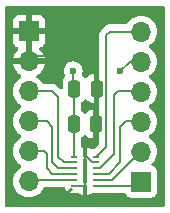
<source format=gbr>
%TF.GenerationSoftware,KiCad,Pcbnew,8.0.4-8.0.4-0~ubuntu24.04.1*%
%TF.CreationDate,2024-09-19T11:21:55+09:00*%
%TF.ProjectId,DRV8835,44525638-3833-4352-9e6b-696361645f70,rev?*%
%TF.SameCoordinates,Original*%
%TF.FileFunction,Copper,L1,Top*%
%TF.FilePolarity,Positive*%
%FSLAX46Y46*%
G04 Gerber Fmt 4.6, Leading zero omitted, Abs format (unit mm)*
G04 Created by KiCad (PCBNEW 8.0.4-8.0.4-0~ubuntu24.04.1) date 2024-09-19 11:21:55*
%MOMM*%
%LPD*%
G01*
G04 APERTURE LIST*
G04 Aperture macros list*
%AMRoundRect*
0 Rectangle with rounded corners*
0 $1 Rounding radius*
0 $2 $3 $4 $5 $6 $7 $8 $9 X,Y pos of 4 corners*
0 Add a 4 corners polygon primitive as box body*
4,1,4,$2,$3,$4,$5,$6,$7,$8,$9,$2,$3,0*
0 Add four circle primitives for the rounded corners*
1,1,$1+$1,$2,$3*
1,1,$1+$1,$4,$5*
1,1,$1+$1,$6,$7*
1,1,$1+$1,$8,$9*
0 Add four rect primitives between the rounded corners*
20,1,$1+$1,$2,$3,$4,$5,0*
20,1,$1+$1,$4,$5,$6,$7,0*
20,1,$1+$1,$6,$7,$8,$9,0*
20,1,$1+$1,$8,$9,$2,$3,0*%
G04 Aperture macros list end*
%TA.AperFunction,SMDPad,CuDef*%
%ADD10RoundRect,0.250000X-0.250000X-0.475000X0.250000X-0.475000X0.250000X0.475000X-0.250000X0.475000X0*%
%TD*%
%TA.AperFunction,ComponentPad*%
%ADD11R,1.700000X1.700000*%
%TD*%
%TA.AperFunction,ComponentPad*%
%ADD12O,1.700000X1.700000*%
%TD*%
%TA.AperFunction,SMDPad,CuDef*%
%ADD13RoundRect,0.062500X-0.187500X-0.062500X0.187500X-0.062500X0.187500X0.062500X-0.187500X0.062500X0*%
%TD*%
%TA.AperFunction,SMDPad,CuDef*%
%ADD14R,0.350000X2.000000*%
%TD*%
%TA.AperFunction,SMDPad,CuDef*%
%ADD15R,0.350000X0.300000*%
%TD*%
%TA.AperFunction,ViaPad*%
%ADD16C,0.600000*%
%TD*%
%TA.AperFunction,Conductor*%
%ADD17C,0.200000*%
%TD*%
G04 APERTURE END LIST*
D10*
%TO.P,C1,1*%
%TO.N,+5V*%
X160350000Y-70000000D03*
%TO.P,C1,2*%
%TO.N,GND*%
X162250000Y-70000000D03*
%TD*%
D11*
%TO.P,J2,1,Pin_1*%
%TO.N,GND*%
X156500000Y-65150000D03*
D12*
%TO.P,J2,2,Pin_2*%
X156500000Y-67690000D03*
%TO.P,J2,3,Pin_3*%
%TO.N,Net-(J2-Pin_3)*%
X156500000Y-70230000D03*
%TO.P,J2,4,Pin_4*%
%TO.N,Net-(J2-Pin_4)*%
X156500000Y-72770000D03*
%TO.P,J2,5,Pin_5*%
%TO.N,Net-(J2-Pin_5)*%
X156500000Y-75310000D03*
%TO.P,J2,6,Pin_6*%
%TO.N,Net-(J2-Pin_6)*%
X156500000Y-77850000D03*
%TD*%
D10*
%TO.P,C2,1*%
%TO.N,+5V*%
X160300000Y-73000000D03*
%TO.P,C2,2*%
%TO.N,GND*%
X162200000Y-73000000D03*
%TD*%
D13*
%TO.P,U1,1,VM*%
%TO.N,+5V*%
X160325000Y-75750000D03*
%TO.P,U1,2,AOUT1*%
%TO.N,Net-(J2-Pin_3)*%
X160325000Y-76250000D03*
%TO.P,U1,3,AOUT2*%
%TO.N,Net-(J2-Pin_4)*%
X160325000Y-76750000D03*
%TO.P,U1,4,BOUT1*%
%TO.N,Net-(J2-Pin_5)*%
X160325000Y-77250000D03*
%TO.P,U1,5,BOUT2*%
%TO.N,Net-(J2-Pin_6)*%
X160325000Y-77750000D03*
%TO.P,U1,6,GND*%
%TO.N,GND*%
X160325000Y-78250000D03*
%TO.P,U1,7,BIN2*%
%TO.N,Net-(J1-Pin_1)*%
X162200000Y-78250000D03*
%TO.P,U1,8,BIN1*%
%TO.N,Net-(J1-Pin_2)*%
X162200000Y-77750000D03*
%TO.P,U1,9,AIN2*%
%TO.N,Net-(J1-Pin_3)*%
X162200000Y-77250000D03*
%TO.P,U1,10,AIN1*%
%TO.N,Net-(J1-Pin_4)*%
X162200000Y-76750000D03*
%TO.P,U1,11,MODE*%
%TO.N,GND*%
X162200000Y-76250000D03*
%TO.P,U1,12,VCC*%
%TO.N,+3.3V*%
X162200000Y-75755000D03*
D14*
%TO.P,U1,13,GND*%
%TO.N,GND*%
X161250000Y-77000000D03*
D15*
%TO.P,U1,14,GND*%
X161250000Y-75650000D03*
%TO.P,U1,15,GND*%
X161250000Y-78350000D03*
%TD*%
D11*
%TO.P,J1,1,Pin_1*%
%TO.N,Net-(J1-Pin_1)*%
X166000000Y-77870000D03*
D12*
%TO.P,J1,2,Pin_2*%
%TO.N,Net-(J1-Pin_2)*%
X166000000Y-75330000D03*
%TO.P,J1,3,Pin_3*%
%TO.N,Net-(J1-Pin_3)*%
X166000000Y-72790000D03*
%TO.P,J1,4,Pin_4*%
%TO.N,Net-(J1-Pin_4)*%
X166000000Y-70250000D03*
%TO.P,J1,5,Pin_5*%
%TO.N,+5V*%
X166000000Y-67710000D03*
%TO.P,J1,6,Pin_6*%
%TO.N,+3.3V*%
X166000000Y-65170000D03*
%TD*%
D16*
%TO.N,+5V*%
X164250000Y-68500000D03*
X160250000Y-68500000D03*
%TD*%
D17*
%TO.N,GND*%
X162250000Y-70000000D02*
X162250000Y-74000000D01*
X162200000Y-76250000D02*
X161850000Y-76250000D01*
X160325000Y-78250000D02*
X161150000Y-78250000D01*
X162250000Y-67750000D02*
X162250000Y-70000000D01*
X161250000Y-75000000D02*
X161250000Y-78350000D01*
X162250000Y-74000000D02*
X161250000Y-75000000D01*
X161750000Y-67250000D02*
X162250000Y-67750000D01*
X156500000Y-65150000D02*
X156500000Y-67690000D01*
X156940000Y-67250000D02*
X161750000Y-67250000D01*
X156500000Y-67690000D02*
X156940000Y-67250000D01*
X161150000Y-78250000D02*
X161250000Y-78350000D01*
X161850000Y-76250000D02*
X161250000Y-75650000D01*
%TO.N,+5V*%
X160325000Y-70025000D02*
X160350000Y-70000000D01*
X160250000Y-68500000D02*
X160250000Y-69900000D01*
X164250000Y-68500000D02*
X165040000Y-67710000D01*
X165040000Y-67710000D02*
X166000000Y-67710000D01*
X160250000Y-69900000D02*
X160350000Y-70000000D01*
X160325000Y-75750000D02*
X160325000Y-70025000D01*
%TO.N,Net-(J1-Pin_1)*%
X162200000Y-78250000D02*
X165330000Y-78250000D01*
X165330000Y-78250000D02*
X165750000Y-77830000D01*
%TO.N,Net-(J1-Pin_2)*%
X162200000Y-77750000D02*
X163500000Y-77750000D01*
X163500000Y-77750000D02*
X165750000Y-75500000D01*
X165750000Y-75500000D02*
X165750000Y-75290000D01*
%TO.N,Net-(J1-Pin_4)*%
X162500000Y-76750000D02*
X163750000Y-75500000D01*
X164040000Y-70210000D02*
X165750000Y-70210000D01*
X163750000Y-70500000D02*
X164040000Y-70210000D01*
X163750000Y-75500000D02*
X163750000Y-70500000D01*
X162200000Y-76750000D02*
X162500000Y-76750000D01*
%TO.N,Net-(J1-Pin_3)*%
X164250000Y-73250000D02*
X164750000Y-72750000D01*
X164250000Y-76250000D02*
X164250000Y-73250000D01*
X164750000Y-72750000D02*
X165750000Y-72750000D01*
X162200000Y-77250000D02*
X163250000Y-77250000D01*
X163250000Y-77250000D02*
X164250000Y-76250000D01*
%TO.N,Net-(J2-Pin_3)*%
X159500000Y-76250000D02*
X159000000Y-75750000D01*
X158460000Y-70210000D02*
X156750000Y-70210000D01*
X159000000Y-75750000D02*
X159000000Y-70750000D01*
X159000000Y-70750000D02*
X158460000Y-70210000D01*
X160325000Y-76250000D02*
X159500000Y-76250000D01*
%TO.N,Net-(J2-Pin_4)*%
X159000000Y-76750000D02*
X160325000Y-76750000D01*
X158500000Y-76250000D02*
X159000000Y-76750000D01*
X158000000Y-72750000D02*
X158500000Y-73250000D01*
X156750000Y-72750000D02*
X158000000Y-72750000D01*
X158500000Y-73250000D02*
X158500000Y-76250000D01*
%TO.N,+3.3V*%
X163050000Y-74905000D02*
X162200000Y-75755000D01*
X163050000Y-65450000D02*
X163050000Y-74905000D01*
X163330000Y-65170000D02*
X163050000Y-65450000D01*
X166000000Y-65170000D02*
X163330000Y-65170000D01*
%TO.N,Net-(J2-Pin_5)*%
X158000000Y-75500000D02*
X157790000Y-75290000D01*
X158500000Y-77250000D02*
X158000000Y-76750000D01*
X160325000Y-77250000D02*
X158500000Y-77250000D01*
X157790000Y-75290000D02*
X156750000Y-75290000D01*
X158000000Y-76750000D02*
X158000000Y-75500000D01*
%TO.N,Net-(J2-Pin_6)*%
X156830000Y-77750000D02*
X160325000Y-77750000D01*
X156750000Y-77830000D02*
X156830000Y-77750000D01*
%TD*%
%TA.AperFunction,Conductor*%
%TO.N,GND*%
G36*
X156750000Y-67256988D02*
G01*
X156692993Y-67224075D01*
X156565826Y-67190000D01*
X156434174Y-67190000D01*
X156307007Y-67224075D01*
X156250000Y-67256988D01*
X156250000Y-65583012D01*
X156307007Y-65615925D01*
X156434174Y-65650000D01*
X156565826Y-65650000D01*
X156692993Y-65615925D01*
X156750000Y-65583012D01*
X156750000Y-67256988D01*
G37*
%TD.AperFunction*%
%TA.AperFunction,Conductor*%
G36*
X167942539Y-63020185D02*
G01*
X167988294Y-63072989D01*
X167999500Y-63124500D01*
X167999500Y-79875500D01*
X167979815Y-79942539D01*
X167927011Y-79988294D01*
X167875500Y-79999500D01*
X154624500Y-79999500D01*
X154557461Y-79979815D01*
X154511706Y-79927011D01*
X154500500Y-79875500D01*
X154500500Y-70229999D01*
X155144341Y-70229999D01*
X155144341Y-70230000D01*
X155164936Y-70465403D01*
X155164938Y-70465413D01*
X155226094Y-70693655D01*
X155226096Y-70693659D01*
X155226097Y-70693663D01*
X155297515Y-70846819D01*
X155325965Y-70907830D01*
X155325967Y-70907834D01*
X155461501Y-71101395D01*
X155461506Y-71101402D01*
X155628597Y-71268493D01*
X155628603Y-71268498D01*
X155814158Y-71398425D01*
X155857783Y-71453002D01*
X155864977Y-71522500D01*
X155833454Y-71584855D01*
X155814158Y-71601575D01*
X155628597Y-71731505D01*
X155461505Y-71898597D01*
X155325965Y-72092169D01*
X155325964Y-72092171D01*
X155226098Y-72306335D01*
X155226094Y-72306344D01*
X155164938Y-72534586D01*
X155164936Y-72534596D01*
X155144341Y-72769999D01*
X155144341Y-72770000D01*
X155164936Y-73005403D01*
X155164938Y-73005413D01*
X155226094Y-73233655D01*
X155226096Y-73233659D01*
X155226097Y-73233663D01*
X155235424Y-73253664D01*
X155325965Y-73447830D01*
X155325967Y-73447834D01*
X155379117Y-73523739D01*
X155461501Y-73641396D01*
X155461506Y-73641402D01*
X155628597Y-73808493D01*
X155628603Y-73808498D01*
X155814158Y-73938425D01*
X155857783Y-73993002D01*
X155864977Y-74062500D01*
X155833454Y-74124855D01*
X155814158Y-74141575D01*
X155628597Y-74271505D01*
X155461505Y-74438597D01*
X155325965Y-74632169D01*
X155325964Y-74632171D01*
X155226098Y-74846335D01*
X155226094Y-74846344D01*
X155164938Y-75074586D01*
X155164936Y-75074596D01*
X155144341Y-75309999D01*
X155144341Y-75310000D01*
X155164936Y-75545403D01*
X155164938Y-75545413D01*
X155226094Y-75773655D01*
X155226096Y-75773659D01*
X155226097Y-75773663D01*
X155312741Y-75959472D01*
X155325965Y-75987830D01*
X155325967Y-75987834D01*
X155461501Y-76181395D01*
X155461506Y-76181402D01*
X155628597Y-76348493D01*
X155628603Y-76348498D01*
X155814158Y-76478425D01*
X155857783Y-76533002D01*
X155864977Y-76602500D01*
X155833454Y-76664855D01*
X155814158Y-76681575D01*
X155628597Y-76811505D01*
X155461505Y-76978597D01*
X155325965Y-77172169D01*
X155325964Y-77172171D01*
X155226098Y-77386335D01*
X155226094Y-77386344D01*
X155164938Y-77614586D01*
X155164936Y-77614596D01*
X155144341Y-77849999D01*
X155144341Y-77850000D01*
X155164936Y-78085403D01*
X155164938Y-78085413D01*
X155226094Y-78313655D01*
X155226096Y-78313659D01*
X155226097Y-78313663D01*
X155294089Y-78459472D01*
X155325965Y-78527830D01*
X155325967Y-78527834D01*
X155434281Y-78682521D01*
X155461505Y-78721401D01*
X155628599Y-78888495D01*
X155689541Y-78931167D01*
X155822165Y-79024032D01*
X155822167Y-79024033D01*
X155822170Y-79024035D01*
X156036337Y-79123903D01*
X156264592Y-79185063D01*
X156452918Y-79201539D01*
X156499999Y-79205659D01*
X156500000Y-79205659D01*
X156500001Y-79205659D01*
X156539234Y-79202226D01*
X156735408Y-79185063D01*
X156963663Y-79123903D01*
X157177830Y-79024035D01*
X157371401Y-78888495D01*
X157538495Y-78721401D01*
X157674035Y-78527830D01*
X157696340Y-78479995D01*
X157723341Y-78422095D01*
X157769514Y-78369656D01*
X157835723Y-78350500D01*
X159466404Y-78350500D01*
X159533443Y-78370185D01*
X159579198Y-78422989D01*
X159589343Y-78458316D01*
X159589477Y-78459339D01*
X159589478Y-78459342D01*
X159646157Y-78596178D01*
X159713838Y-78684382D01*
X159713839Y-78684382D01*
X159988542Y-78409679D01*
X160049865Y-78376194D01*
X160092443Y-78374426D01*
X160094950Y-78374756D01*
X160158837Y-78403045D01*
X160197288Y-78461382D01*
X160198096Y-78531247D01*
X160166404Y-78585371D01*
X159920368Y-78831406D01*
X159990658Y-78860521D01*
X160100622Y-78874999D01*
X160100637Y-78875000D01*
X160549363Y-78875000D01*
X160549377Y-78874999D01*
X160662783Y-78860068D01*
X160731818Y-78870833D01*
X160753281Y-78883741D01*
X160832910Y-78943352D01*
X160832913Y-78943354D01*
X160967620Y-78993596D01*
X160967627Y-78993598D01*
X161027155Y-78999999D01*
X161027172Y-79000000D01*
X161100000Y-79000000D01*
X161100000Y-78324000D01*
X161119685Y-78256961D01*
X161172489Y-78211206D01*
X161224000Y-78200000D01*
X161276000Y-78200000D01*
X161343039Y-78219685D01*
X161388794Y-78272489D01*
X161400000Y-78324000D01*
X161400000Y-79000000D01*
X161472828Y-79000000D01*
X161472844Y-78999999D01*
X161532372Y-78993598D01*
X161532379Y-78993596D01*
X161667086Y-78943354D01*
X161667089Y-78943352D01*
X161752176Y-78879656D01*
X161817640Y-78855238D01*
X161858583Y-78859148D01*
X161865522Y-78861006D01*
X161865528Y-78861009D01*
X161975599Y-78875500D01*
X162424400Y-78875499D01*
X162424403Y-78875499D01*
X162534463Y-78861011D01*
X162534466Y-78861009D01*
X162534472Y-78861009D01*
X162537058Y-78859938D01*
X162584508Y-78850500D01*
X164578398Y-78850500D01*
X164645437Y-78870185D01*
X164691192Y-78922989D01*
X164694580Y-78931167D01*
X164706202Y-78962328D01*
X164706206Y-78962335D01*
X164792452Y-79077544D01*
X164792455Y-79077547D01*
X164907664Y-79163793D01*
X164907671Y-79163797D01*
X165042517Y-79214091D01*
X165042516Y-79214091D01*
X165049444Y-79214835D01*
X165102127Y-79220500D01*
X166897872Y-79220499D01*
X166957483Y-79214091D01*
X167092331Y-79163796D01*
X167207546Y-79077546D01*
X167293796Y-78962331D01*
X167344091Y-78827483D01*
X167350500Y-78767873D01*
X167350499Y-76972128D01*
X167344091Y-76912517D01*
X167320550Y-76849401D01*
X167293797Y-76777671D01*
X167293793Y-76777664D01*
X167207547Y-76662455D01*
X167207544Y-76662452D01*
X167092335Y-76576206D01*
X167092328Y-76576202D01*
X166960917Y-76527189D01*
X166904983Y-76485318D01*
X166880566Y-76419853D01*
X166895418Y-76351580D01*
X166916563Y-76323332D01*
X167038495Y-76201401D01*
X167174035Y-76007830D01*
X167273903Y-75793663D01*
X167335063Y-75565408D01*
X167355659Y-75330000D01*
X167335063Y-75094592D01*
X167273903Y-74866337D01*
X167174035Y-74652171D01*
X167157062Y-74627930D01*
X167038494Y-74458597D01*
X166871402Y-74291506D01*
X166871396Y-74291501D01*
X166685842Y-74161575D01*
X166642217Y-74106998D01*
X166635023Y-74037500D01*
X166666546Y-73975145D01*
X166685842Y-73958425D01*
X166714919Y-73938065D01*
X166871401Y-73828495D01*
X167038495Y-73661401D01*
X167174035Y-73467830D01*
X167273903Y-73253663D01*
X167335063Y-73025408D01*
X167355659Y-72790000D01*
X167335063Y-72554592D01*
X167273903Y-72326337D01*
X167174035Y-72112171D01*
X167168993Y-72104969D01*
X167038494Y-71918597D01*
X166871402Y-71751506D01*
X166871396Y-71751501D01*
X166685842Y-71621575D01*
X166642217Y-71566998D01*
X166635023Y-71497500D01*
X166666546Y-71435145D01*
X166685842Y-71418425D01*
X166714405Y-71398425D01*
X166871401Y-71288495D01*
X167038495Y-71121401D01*
X167174035Y-70927830D01*
X167273903Y-70713663D01*
X167335063Y-70485408D01*
X167355659Y-70250000D01*
X167335063Y-70014592D01*
X167273903Y-69786337D01*
X167174035Y-69572171D01*
X167163149Y-69556623D01*
X167038494Y-69378597D01*
X166871402Y-69211506D01*
X166871396Y-69211501D01*
X166685842Y-69081575D01*
X166642217Y-69026998D01*
X166635023Y-68957500D01*
X166666546Y-68895145D01*
X166685842Y-68878425D01*
X166745066Y-68836956D01*
X166871401Y-68748495D01*
X167038495Y-68581401D01*
X167174035Y-68387830D01*
X167273903Y-68173663D01*
X167335063Y-67945408D01*
X167355659Y-67710000D01*
X167335063Y-67474592D01*
X167273903Y-67246337D01*
X167174035Y-67032171D01*
X167160206Y-67012420D01*
X167038494Y-66838597D01*
X166871402Y-66671506D01*
X166871396Y-66671501D01*
X166685842Y-66541575D01*
X166642217Y-66486998D01*
X166635023Y-66417500D01*
X166666546Y-66355145D01*
X166685842Y-66338425D01*
X166823428Y-66242086D01*
X166871401Y-66208495D01*
X167038495Y-66041401D01*
X167174035Y-65847830D01*
X167273903Y-65633663D01*
X167335063Y-65405408D01*
X167355659Y-65170000D01*
X167355492Y-65168096D01*
X167335063Y-64934596D01*
X167335063Y-64934592D01*
X167273903Y-64706337D01*
X167174035Y-64492171D01*
X167174034Y-64492169D01*
X167038494Y-64298597D01*
X166871402Y-64131506D01*
X166871395Y-64131501D01*
X166677834Y-63995967D01*
X166677830Y-63995965D01*
X166563843Y-63942812D01*
X166463663Y-63896097D01*
X166463659Y-63896096D01*
X166463655Y-63896094D01*
X166235413Y-63834938D01*
X166235403Y-63834936D01*
X166000001Y-63814341D01*
X165999999Y-63814341D01*
X165764596Y-63834936D01*
X165764586Y-63834938D01*
X165536344Y-63896094D01*
X165536335Y-63896098D01*
X165322171Y-63995964D01*
X165322169Y-63995965D01*
X165128597Y-64131505D01*
X164961506Y-64298596D01*
X164825965Y-64492170D01*
X164825962Y-64492175D01*
X164823289Y-64497909D01*
X164777115Y-64550346D01*
X164710909Y-64569500D01*
X163416670Y-64569500D01*
X163416654Y-64569499D01*
X163409058Y-64569499D01*
X163250943Y-64569499D01*
X163098215Y-64610423D01*
X163029666Y-64650000D01*
X162961281Y-64689482D01*
X162569481Y-65081282D01*
X162569479Y-65081285D01*
X162519361Y-65168094D01*
X162519359Y-65168096D01*
X162490425Y-65218209D01*
X162490424Y-65218210D01*
X162490423Y-65218215D01*
X162449499Y-65370943D01*
X162449499Y-65370945D01*
X162449499Y-65539046D01*
X162449500Y-65539059D01*
X162449500Y-74604901D01*
X162429815Y-74671940D01*
X162413181Y-74692582D01*
X162006127Y-75099635D01*
X161944804Y-75133120D01*
X161934631Y-75134893D01*
X161865530Y-75143990D01*
X161863496Y-75144535D01*
X161861713Y-75144492D01*
X161857471Y-75145051D01*
X161857383Y-75144389D01*
X161793646Y-75142870D01*
X161757095Y-75124025D01*
X161667093Y-75056649D01*
X161667086Y-75056645D01*
X161532379Y-75006403D01*
X161532372Y-75006401D01*
X161472844Y-75000000D01*
X161400000Y-75000000D01*
X161400000Y-75676000D01*
X161380315Y-75743039D01*
X161327511Y-75788794D01*
X161276000Y-75800000D01*
X161224000Y-75800000D01*
X161156961Y-75780315D01*
X161111206Y-75727511D01*
X161100000Y-75676000D01*
X161100000Y-75000000D01*
X161049500Y-75000000D01*
X160982461Y-74980315D01*
X160936706Y-74927511D01*
X160925500Y-74876000D01*
X160925500Y-74194377D01*
X160945185Y-74127338D01*
X160984406Y-74088837D01*
X161018654Y-74067713D01*
X161018653Y-74067713D01*
X161018656Y-74067712D01*
X161142712Y-73943656D01*
X161144752Y-73940347D01*
X161146745Y-73938555D01*
X161147193Y-73937989D01*
X161147289Y-73938065D01*
X161196694Y-73893623D01*
X161265656Y-73882395D01*
X161329740Y-73910234D01*
X161355829Y-73940339D01*
X161357681Y-73943341D01*
X161357683Y-73943344D01*
X161481654Y-74067315D01*
X161630875Y-74159356D01*
X161630880Y-74159358D01*
X161797302Y-74214505D01*
X161797309Y-74214506D01*
X161900019Y-74224999D01*
X161949999Y-74224998D01*
X161950000Y-74224998D01*
X161950000Y-71775000D01*
X161949999Y-71774999D01*
X161900029Y-71775000D01*
X161900011Y-71775001D01*
X161797302Y-71785494D01*
X161630880Y-71840641D01*
X161630875Y-71840643D01*
X161481654Y-71932684D01*
X161357683Y-72056655D01*
X161357679Y-72056660D01*
X161355826Y-72059665D01*
X161354018Y-72061290D01*
X161353202Y-72062323D01*
X161353025Y-72062183D01*
X161303874Y-72106385D01*
X161234911Y-72117601D01*
X161170831Y-72089752D01*
X161144753Y-72059653D01*
X161144737Y-72059628D01*
X161142712Y-72056344D01*
X161018656Y-71932288D01*
X161018653Y-71932285D01*
X160984401Y-71911158D01*
X160937678Y-71859210D01*
X160925500Y-71805621D01*
X160925500Y-71225217D01*
X160945185Y-71158178D01*
X160984405Y-71119678D01*
X161068651Y-71067715D01*
X161068654Y-71067713D01*
X161068653Y-71067713D01*
X161068656Y-71067712D01*
X161192712Y-70943656D01*
X161194752Y-70940347D01*
X161196745Y-70938555D01*
X161197193Y-70937989D01*
X161197289Y-70938065D01*
X161246694Y-70893623D01*
X161315656Y-70882395D01*
X161379740Y-70910234D01*
X161405829Y-70940339D01*
X161407681Y-70943341D01*
X161407683Y-70943344D01*
X161531654Y-71067315D01*
X161680875Y-71159356D01*
X161680880Y-71159358D01*
X161847302Y-71214505D01*
X161847309Y-71214506D01*
X161950019Y-71224999D01*
X161999999Y-71224998D01*
X162000000Y-71224998D01*
X162000000Y-68775000D01*
X161999999Y-68774999D01*
X161950029Y-68775000D01*
X161950011Y-68775001D01*
X161847302Y-68785494D01*
X161680880Y-68840641D01*
X161680875Y-68840643D01*
X161531654Y-68932684D01*
X161407683Y-69056655D01*
X161407679Y-69056660D01*
X161405826Y-69059665D01*
X161404018Y-69061290D01*
X161403202Y-69062323D01*
X161403025Y-69062183D01*
X161353874Y-69106385D01*
X161284911Y-69117601D01*
X161220831Y-69089752D01*
X161194753Y-69059653D01*
X161194737Y-69059628D01*
X161192712Y-69056344D01*
X161068656Y-68932288D01*
X161068655Y-68932287D01*
X161053337Y-68922839D01*
X161006613Y-68870891D01*
X160995392Y-68801928D01*
X161001392Y-68776351D01*
X161035368Y-68679255D01*
X161035369Y-68679249D01*
X161055565Y-68500003D01*
X161055565Y-68499996D01*
X161035369Y-68320750D01*
X161035368Y-68320745D01*
X160977695Y-68155925D01*
X160975789Y-68150478D01*
X160879816Y-67997738D01*
X160752262Y-67870184D01*
X160659528Y-67811915D01*
X160599523Y-67774211D01*
X160429254Y-67714631D01*
X160429249Y-67714630D01*
X160250004Y-67694435D01*
X160249996Y-67694435D01*
X160070750Y-67714630D01*
X160070745Y-67714631D01*
X159900476Y-67774211D01*
X159747737Y-67870184D01*
X159620184Y-67997737D01*
X159524211Y-68150476D01*
X159464631Y-68320745D01*
X159464630Y-68320750D01*
X159444435Y-68499996D01*
X159444435Y-68500003D01*
X159464630Y-68679249D01*
X159464633Y-68679262D01*
X159524209Y-68849520D01*
X159544877Y-68882413D01*
X159563877Y-68949650D01*
X159543509Y-69016485D01*
X159527568Y-69036062D01*
X159507291Y-69056340D01*
X159507289Y-69056342D01*
X159507288Y-69056344D01*
X159486682Y-69089752D01*
X159415187Y-69205663D01*
X159415185Y-69205668D01*
X159408518Y-69225788D01*
X159360001Y-69372203D01*
X159360001Y-69372204D01*
X159360000Y-69372204D01*
X159349500Y-69474983D01*
X159349500Y-69950903D01*
X159329815Y-70017942D01*
X159277011Y-70063697D01*
X159207853Y-70073641D01*
X159144297Y-70044616D01*
X159137819Y-70038584D01*
X158947590Y-69848355D01*
X158947588Y-69848352D01*
X158828717Y-69729481D01*
X158828712Y-69729477D01*
X158701938Y-69656285D01*
X158701937Y-69656284D01*
X158691787Y-69650423D01*
X158630693Y-69634053D01*
X158539057Y-69609499D01*
X158380943Y-69609499D01*
X158373347Y-69609499D01*
X158373331Y-69609500D01*
X157778725Y-69609500D01*
X157711686Y-69589815D01*
X157678707Y-69555508D01*
X157677140Y-69556606D01*
X157674033Y-69552169D01*
X157552498Y-69378597D01*
X157538494Y-69358597D01*
X157371402Y-69191506D01*
X157371401Y-69191505D01*
X157185405Y-69061269D01*
X157141781Y-69006692D01*
X157134588Y-68937193D01*
X157166110Y-68874839D01*
X157185405Y-68858119D01*
X157371082Y-68728105D01*
X157538105Y-68561082D01*
X157673600Y-68367578D01*
X157773429Y-68153492D01*
X157773432Y-68153486D01*
X157830636Y-67940000D01*
X156933012Y-67940000D01*
X156965925Y-67882993D01*
X157000000Y-67755826D01*
X157000000Y-67624174D01*
X156965925Y-67497007D01*
X156933012Y-67440000D01*
X157830636Y-67440000D01*
X157830635Y-67439999D01*
X157773432Y-67226513D01*
X157773429Y-67226507D01*
X157673600Y-67012422D01*
X157673599Y-67012420D01*
X157538113Y-66818926D01*
X157538108Y-66818920D01*
X157415665Y-66696477D01*
X157382180Y-66635154D01*
X157387164Y-66565462D01*
X157429036Y-66509529D01*
X157460013Y-66492614D01*
X157592086Y-66443354D01*
X157592093Y-66443350D01*
X157707187Y-66357190D01*
X157707190Y-66357187D01*
X157793350Y-66242093D01*
X157793354Y-66242086D01*
X157843596Y-66107379D01*
X157843598Y-66107372D01*
X157849999Y-66047844D01*
X157850000Y-66047827D01*
X157850000Y-65400000D01*
X156933012Y-65400000D01*
X156965925Y-65342993D01*
X157000000Y-65215826D01*
X157000000Y-65084174D01*
X156965925Y-64957007D01*
X156933012Y-64900000D01*
X157850000Y-64900000D01*
X157850000Y-64252172D01*
X157849999Y-64252155D01*
X157843598Y-64192627D01*
X157843596Y-64192620D01*
X157793354Y-64057913D01*
X157793350Y-64057906D01*
X157707190Y-63942812D01*
X157707187Y-63942809D01*
X157592093Y-63856649D01*
X157592086Y-63856645D01*
X157457379Y-63806403D01*
X157457372Y-63806401D01*
X157397844Y-63800000D01*
X156750000Y-63800000D01*
X156750000Y-64716988D01*
X156692993Y-64684075D01*
X156565826Y-64650000D01*
X156434174Y-64650000D01*
X156307007Y-64684075D01*
X156250000Y-64716988D01*
X156250000Y-63800000D01*
X155602155Y-63800000D01*
X155542627Y-63806401D01*
X155542620Y-63806403D01*
X155407913Y-63856645D01*
X155407906Y-63856649D01*
X155292812Y-63942809D01*
X155292809Y-63942812D01*
X155206649Y-64057906D01*
X155206645Y-64057913D01*
X155156403Y-64192620D01*
X155156401Y-64192627D01*
X155150000Y-64252155D01*
X155150000Y-64900000D01*
X156066988Y-64900000D01*
X156034075Y-64957007D01*
X156000000Y-65084174D01*
X156000000Y-65215826D01*
X156034075Y-65342993D01*
X156066988Y-65400000D01*
X155150000Y-65400000D01*
X155150000Y-66047844D01*
X155156401Y-66107372D01*
X155156403Y-66107379D01*
X155206645Y-66242086D01*
X155206649Y-66242093D01*
X155292809Y-66357187D01*
X155292812Y-66357190D01*
X155407906Y-66443350D01*
X155407913Y-66443354D01*
X155539986Y-66492614D01*
X155595920Y-66534485D01*
X155620337Y-66599949D01*
X155605486Y-66668222D01*
X155584335Y-66696477D01*
X155461886Y-66818926D01*
X155326400Y-67012420D01*
X155326399Y-67012422D01*
X155226570Y-67226507D01*
X155226567Y-67226513D01*
X155169364Y-67439999D01*
X155169364Y-67440000D01*
X156066988Y-67440000D01*
X156034075Y-67497007D01*
X156000000Y-67624174D01*
X156000000Y-67755826D01*
X156034075Y-67882993D01*
X156066988Y-67940000D01*
X155169364Y-67940000D01*
X155226567Y-68153486D01*
X155226570Y-68153492D01*
X155326399Y-68367578D01*
X155461894Y-68561082D01*
X155628917Y-68728105D01*
X155814595Y-68858119D01*
X155858219Y-68912696D01*
X155865412Y-68982195D01*
X155833890Y-69044549D01*
X155814595Y-69061269D01*
X155628594Y-69191508D01*
X155461505Y-69358597D01*
X155325965Y-69552169D01*
X155325964Y-69552171D01*
X155226098Y-69766335D01*
X155226094Y-69766344D01*
X155164938Y-69994586D01*
X155164936Y-69994596D01*
X155144341Y-70229999D01*
X154500500Y-70229999D01*
X154500500Y-63124500D01*
X154520185Y-63057461D01*
X154572989Y-63011706D01*
X154624500Y-63000500D01*
X167875500Y-63000500D01*
X167942539Y-63020185D01*
G37*
%TD.AperFunction*%
%TD*%
M02*

</source>
